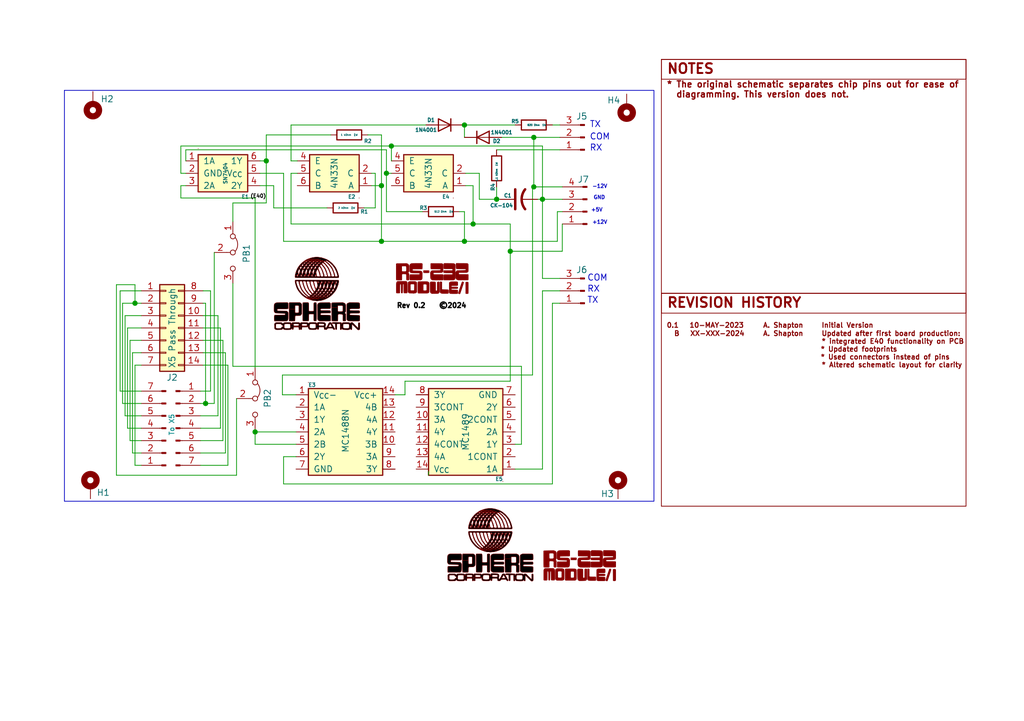
<source format=kicad_sch>
(kicad_sch (version 20230121) (generator eeschema)
  (paper "A5")
  (title_block (title "Sphere CPU/2 RS232 Module") (date "2024-01-10") (rev "0.2"))
  (lib_symbols
    (symbol "Conn_01x07_Pin_1" (pin_names (offset 1.016) hide)
      (symbol "Conn_01x07_Pin_1_1_1"
        (pin passive line (at 5.08 7.62 180) (length 3.81) (name "1") (number "1"))
        (pin passive line (at 5.08 5.08 180) (length 3.81) (name "2") (number "2"))
        (pin passive line (at 5.08 2.54 180) (length 3.81) (name "3") (number "3"))
        (pin passive line (at 5.08 0 180) (length 3.81) (name "4") (number "4"))
        (pin passive line (at 5.08 -2.54 180) (length 3.81) (name "5") (number "5"))
        (pin passive line (at 5.08 -5.08 180) (length 3.81) (name "6") (number "6"))
        (pin passive line (at 5.08 -7.62 180) (length 3.81) (name "7") (number "7"))
      )
    )
    (symbol "Conn_02x07_Top_Bottom_1" (pin_names (offset 1.016) hide)
      (property "Reference" "J5" (at 1.016 9.906 0))
      (symbol "Conn_02x07_Top_Bottom_1_1_1"
        (pin passive line (at -5.08 7.62 0) (length 3.81) (name "Pin_1") (number "1"))
        (pin passive line (at 7.62 2.54 180) (length 3.81) (name "Pin_10") (number "10"))
        (pin passive line (at 7.62 0 180) (length 3.81) (name "Pin_11") (number "11"))
        (pin passive line (at 7.62 -2.54 180) (length 3.81) (name "Pin_12") (number "12"))
        (pin passive line (at 7.62 -5.08 180) (length 3.81) (name "Pin_13") (number "13"))
        (pin passive line (at 7.62 -7.62 180) (length 3.81) (name "Pin_14") (number "14"))
        (pin passive line (at -5.08 5.08 0) (length 3.81) (name "Pin_2") (number "2"))
        (pin passive line (at -5.08 2.54 0) (length 3.81) (name "Pin_3") (number "3"))
        (pin passive line (at -5.08 0 0) (length 3.81) (name "Pin_4") (number "4"))
        (pin passive line (at -5.08 -2.54 0) (length 3.81) (name "Pin_5") (number "5"))
        (pin passive line (at -5.08 -5.08 0) (length 3.81) (name "Pin_6") (number "6"))
        (pin passive line (at -5.08 -7.62 0) (length 3.81) (name "Pin_7") (number "7"))
        (pin passive line (at 7.62 7.62 180) (length 3.81) (name "Pin_8") (number "8"))
        (pin passive line (at 7.62 5.08 180) (length 3.81) (name "Pin_9") (number "9"))
      )
    )
    (symbol "Connector:Conn_01x04_Pin" (pin_names (offset 1.016) hide)
      (property "Reference" "J" (at 0 5.08 0))
      (property "Value" "Conn_01x04_Pin" (at 0 -7.62 0))
      (symbol "Conn_01x04_Pin_1_1"
        (pin passive line (at 5.08 2.54 180) (length 3.81) (name "Pin_1") (number "1"))
        (pin passive line (at 5.08 0 180) (length 3.81) (name "Pin_2") (number "2"))
        (pin passive line (at 5.08 -2.54 180) (length 3.81) (name "Pin_3") (number "3"))
        (pin passive line (at 5.08 -5.08 180) (length 3.81) (name "Pin_4") (number "4"))
      )
    )
    (symbol "Jumper:Jumper_3_Bridged12" (pin_names (offset 0) hide)
      (property "Reference" "JP" (at -2.54 -2.54 0))
      (property "Value" "Jumper_3_Bridged12" (at 0 2.794 0))
      (symbol "Jumper_3_Bridged12_1_1"
        (pin passive line (at -6.35 0 0) (length 2.54) (name "A") (number "1"))
        (pin passive line (at 0 -3.81 90) (length 2.54) (name "C") (number "2"))
        (pin passive line (at 6.35 0 180) (length 2.54) (name "B") (number "3"))
      )
    )
    (symbol "Mechanical:MountingHole_Pad" (pin_numbers hide) (pin_names (offset 1.016) hide)
      (property "Reference" "H" (at 0 6.35 0))
      (property "Value" "MountingHole_Pad" (at 0 4.445 0))
      (symbol "MountingHole_Pad_1_1"
        (pin input line (at 0 -2.54 90) (length 2.54) (name "1") (number "1"))
      )
    )
    (symbol "Sphere:1N4001" (pin_numbers hide) (pin_names hide)
      (property "Reference" "D" (at 0 2.54 0))
      (property "Value" "1N4001" (at 0 -2.54 0))
      (symbol "1N4001_1_1"
        (pin passive line (at -3.81 0 0) (length 2.54) (name "K") (number "1"))
        (pin passive line (at 3.81 0 180) (length 2.54) (name "A") (number "2"))
      )
    )
    (symbol "Sphere:4N33N" (pin_names (offset 1.016))
      (property "Reference" "E?" (at -5.0292 10.16 0))
      (property "Value" "4N33N" (at 0 5.08 90))
      (symbol "4N33N_1_1"
        (pin input line (at -8.89 7.62 0) (length 2.54) (name "A") (number "1"))
        (pin output line (at -8.89 5.08 0) (length 2.54) (name "C") (number "2"))
        (pin no_connect line (at -8.89 2.54 0) (length 2.54) hide (name "N/C") (number "3"))
        (pin output line (at 6.35 2.54 180) (length 2.54) (name "E") (number "4"))
        (pin bidirectional line (at 6.35 5.08 180) (length 2.54) (name "C") (number "5"))
        (pin input line (at 6.35 7.62 180) (length 2.54) (name "B") (number "6"))
      )
    )
    (symbol "Sphere:CK-104" (pin_numbers hide) (pin_names (offset 0.254) hide)
      (property "Reference" "C" (at 0.635 2.54 0))
      (property "Value" "CK-104" (at 0.635 -2.54 0))
      (symbol "CK-104_1_1"
        (pin passive line (at 0 3.81 270) (length 2.794) (name "~") (number "1"))
        (pin passive line (at 0 -3.81 90) (length 3.302) (name "~") (number "2"))
      )
    )
    (symbol "Sphere:Conn_01x03_Pin" (pin_names (offset 1.016) hide)
      (property "Reference" "J" (at 0 5.08 0))
      (property "Value" "Conn_01x03_Pin" (at 0 -5.08 0))
      (symbol "Conn_01x03_Pin_1_1"
        (pin passive line (at 5.08 2.54 180) (length 3.81) (name "Pin_1") (number "1"))
        (pin passive line (at 5.08 0 180) (length 3.81) (name "Pin_2") (number "2"))
        (pin passive line (at 5.08 -2.54 180) (length 3.81) (name "Pin_3") (number "3"))
      )
    )
    (symbol "Sphere:GRAPHICS-LOGO" (pin_names (offset 1.016)))
    (symbol "Sphere:GRAPHICS-RS232-MODULE/1-LOGO" (pin_names (offset 1.016)))
    (symbol "Sphere:MC1488N" (pin_names (offset 1.016))
      (property "Reference" "E?" (at -6.2992 10.16 0))
      (property "Value" "MC1488N" (at 0 0 90))
      (symbol "MC1488N_1_0"
        (pin output line (at 10.16 -7.62 180) (length 2.54) (name "") (number ""))
      )
      (symbol "MC1488N_1_1"
        (pin power_in line (at -10.16 7.62 0) (length 2.54) (name "V_{CC}-") (number "1"))
        (pin input line (at 10.16 -2.54 180) (length 2.54) (name "3B") (number "10"))
        (pin output line (at 10.16 0 180) (length 2.54) (name "4Y") (number "11"))
        (pin input line (at 10.16 2.54 180) (length 2.54) (name "4A") (number "12"))
        (pin output line (at 10.16 5.08 180) (length 2.54) (name "4B") (number "13"))
        (pin power_in line (at 10.16 7.62 180) (length 2.54) (name "V_{CC}+") (number "14"))
        (pin input line (at -10.16 5.08 0) (length 2.54) (name "1A") (number "2"))
        (pin output line (at -10.16 2.54 0) (length 2.54) (name "1Y") (number "3"))
        (pin input line (at -10.16 0 0) (length 2.54) (name "2A") (number "4"))
        (pin input line (at -10.16 -2.54 0) (length 2.54) (name "2B") (number "5"))
        (pin output line (at -10.16 -5.08 0) (length 2.54) (name "2Y") (number "6"))
        (pin passive line (at -10.16 -7.62 0) (length 2.54) (name "GND") (number "7"))
        (pin output line (at 10.16 -7.62 180) (length 2.54) (name "3Y") (number "8"))
        (pin input line (at 10.16 -5.08 180) (length 2.54) (name "3A") (number "9"))
      )
    )
    (symbol "Sphere:MC1489" (pin_names (offset 1.016))
      (property "Reference" "E?" (at -6.2992 10.16 0))
      (property "Value" "MC1489" (at 0 0 90))
      (symbol "MC1489_1_0"
        (pin output line (at 10.16 -7.62 180) (length 2.54) (name "") (number ""))
      )
      (symbol "MC1489_1_1"
        (pin input line (at -10.16 7.62 0) (length 2.54) (name "1A") (number "1"))
        (pin input line (at 10.16 -2.54 180) (length 2.54) (name "3A") (number "10"))
        (pin output line (at 10.16 0 180) (length 2.54) (name "4Y") (number "11"))
        (pin input line (at 10.16 2.54 180) (length 2.54) (name "4CONT") (number "12"))
        (pin input line (at 10.16 5.08 180) (length 2.54) (name "4A") (number "13"))
        (pin power_in line (at 10.16 7.62 180) (length 2.54) (name "V_{CC}") (number "14"))
        (pin input line (at -10.16 5.08 0) (length 2.54) (name "1CONT") (number "2"))
        (pin output line (at -10.16 2.54 0) (length 2.54) (name "1Y") (number "3"))
        (pin input line (at -10.16 0 0) (length 2.54) (name "2A") (number "4"))
        (pin input line (at -10.16 -2.54 0) (length 2.54) (name "2CONT") (number "5"))
        (pin output line (at -10.16 -5.08 0) (length 2.54) (name "2Y") (number "6"))
        (pin passive line (at -10.16 -7.62 0) (length 2.54) (name "GND") (number "7"))
        (pin output line (at 10.16 -7.62 180) (length 2.54) (name "3Y") (number "8"))
        (pin input line (at 10.16 -5.08 180) (length 2.54) (name "3CONT") (number "9"))
      )
    )
    (symbol "Sphere:RC07GF102" (pin_numbers hide) (pin_names (offset 0))
      (property "Reference" "R" (at 2.032 0 90))
      (property "Value" "1 kOhm  ¼W" (at 0 0 90))
      (symbol "RC07GF102_1_1"
        (pin passive line (at 0 3.81 270) (length 1.27) (name "~") (number "1"))
        (pin passive line (at 0 -3.81 90) (length 1.27) (name "~") (number "2"))
      )
    )
    (symbol "Sphere:RC07GF202" (pin_numbers hide) (pin_names (offset 0))
      (property "Reference" "R" (at 2.032 0 90))
      (property "Value" "2 kOhm  ¼W" (at 0 0 90))
      (symbol "RC07GF202_1_1"
        (pin passive line (at 0 3.81 270) (length 1.27) (name "~") (number "1"))
        (pin passive line (at 0 -3.81 90) (length 1.27) (name "~") (number "2"))
      )
    )
    (symbol "Sphere:RC07GF511" (pin_numbers hide) (pin_names (offset 0))
      (property "Reference" "R" (at 2.032 0 90))
      (property "Value" "512 Ohm  ¼W" (at 0 0 90))
      (symbol "RC07GF511_1_1"
        (pin passive line (at 0 3.81 270) (length 1.27) (name "~") (number "1"))
        (pin passive line (at 0 -3.81 90) (length 1.27) (name "~") (number "2"))
      )
    )
    (symbol "Sphere:RC32GF112" (pin_numbers hide) (pin_names (offset 0))
      (property "Reference" "R" (at 2.032 0 90))
      (property "Value" "1.1 kOhm  1W" (at 0 0 90))
      (symbol "RC32GF112_1_1"
        (pin passive line (at 0 3.81 270) (length 1.27) (name "~") (number "1"))
        (pin passive line (at 0 -3.81 90) (length 1.27) (name "~") (number "2"))
      )
    )
    (symbol "Sphere:RC32GF821" (pin_numbers hide) (pin_names (offset 0))
      (property "Reference" "R" (at 2.032 0 90))
      (property "Value" "820 Ohm  1W" (at 0 0 90))
      (symbol "RC32GF821_1_1"
        (pin passive line (at 0 3.81 270) (length 1.27) (name "~") (number "1"))
        (pin passive line (at 0 -3.81 90) (length 1.27) (name "~") (number "2"))
      )
    )
    (symbol "Sphere:SN7404(DUAL)" (pin_names (offset 1.016))
      (property "Reference" "E?" (at -5.0292 10.16 0))
      (property "Value" "SN7404" (at -0.8 6.35 0))
      (symbol "SN7404(DUAL)_1_1"
        (pin input line (at -8.89 7.62 0) (length 2.54) (name "1A") (number "1"))
        (pin passive line (at -8.89 5.08 0) (length 2.54) (name "GND") (number "2"))
        (pin input line (at -8.89 2.54 0) (length 2.54) (name "2A") (number "3"))
        (pin output line (at 6.35 2.54 180) (length 2.54) (name "2Y") (number "4"))
        (pin power_in line (at 6.35 5.08 180) (length 2.54) (name "V_{CC}") (number "5"))
        (pin output line (at 6.35 7.62 180) (length 2.54) (name "1Y") (number "6"))
      )
    )
  )
  (junction (at 101.854 40.894))
  (junction (at 104.648 51.562))
  (junction (at 97.028 45.974))
  (junction (at 27.686 62.23))
  (junction (at 42.164 82.804))
  (junction (at 109.474 28.194))
  (junction (at 109.474 38.354))
  (junction (at 95.25 49.53))
  (junction (at 111.252 40.894))
  (junction (at 52.324 88.646))
  (junction (at 78.232 49.53))
  (junction (at 95.25 25.654))
  (junction (at 80.264 29.972))
  (junction (at 79.248 35.56))
  (junction (at 78.232 38.1))
  (junction (at 54.61 33.02))
  (wire (pts (xy 41.656 69.85) (xy 45.72 69.85)))
  (wire (pts (xy 25.146 62.23) (xy 25.146 82.804)))
  (wire (pts (xy 56.134 38.1) (xy 53.34 38.1)))
  (wire (pts (xy 111.252 59.69) (xy 111.252 96.266)))
  (wire (pts (xy 95.25 25.654) (xy 105.664 25.654)))
  (wire (pts (xy 42.164 82.804) (xy 43.942 82.804)))
  (wire (pts (xy 45.212 67.31) (xy 45.212 87.884)))
  (wire (pts (xy 27.686 74.93) (xy 27.686 95.504)))
  (wire (pts (xy 59.69 35.56) (xy 59.69 45.974)))
  (wire (pts (xy 41.656 72.39) (xy 46.228 72.39)))
  (wire (pts (xy 45.72 69.85) (xy 45.72 90.424)))
  (wire (pts (xy 56.134 42.672) (xy 67.056 42.672)))
  (wire (pts (xy 27.178 72.39) (xy 27.178 92.964)))
  (wire (pts (xy 59.69 25.654) (xy 87.376 25.654)))
  (wire (pts (xy 115.316 51.562) (xy 104.648 51.562)))
  (wire (pts (xy 42.164 62.23) (xy 42.164 82.804)))
  (wire (pts (xy 114.3 43.434) (xy 114.3 49.53)))
  (wire (pts (xy 97.028 38.1) (xy 97.028 45.974)))
  (wire (pts (xy 95.504 35.56) (xy 98.298 35.56)))
  (wire (pts (xy 111.252 29.972) (xy 111.252 40.894)))
  (wire (pts (xy 95.25 43.434) (xy 94.234 43.434)))
  (wire (pts (xy 53.34 33.02) (xy 54.61 33.02)))
  (wire (pts (xy 23.876 97.536) (xy 48.514 97.536)))
  (wire (pts (xy 95.504 38.1) (xy 97.028 38.1)))
  (wire (pts (xy 113.284 25.654) (xy 114.808 25.654)))
  (wire (pts (xy 80.264 35.56) (xy 79.248 35.56)))
  (wire (pts (xy 78.232 27.686) (xy 78.232 38.1)))
  (wire (pts (xy 41.656 67.31) (xy 45.212 67.31)))
  (wire (pts (xy 57.912 76.962) (xy 109.22 76.962)))
  (wire (pts (xy 47.752 58.166) (xy 47.752 75.184)))
  (wire (pts (xy 81.026 81.026) (xy 83.058 81.026)))
  (wire (pts (xy 41.656 62.23) (xy 42.164 62.23)))
  (wire (pts (xy 43.942 51.816) (xy 43.942 82.804)))
  (wire (pts (xy 52.324 88.646) (xy 60.706 88.646)))
  (wire (pts (xy 28.956 82.804) (xy 25.146 82.804)))
  (wire (pts (xy 46.736 95.504) (xy 41.148 95.504)))
  (wire (pts (xy 78.232 49.53) (xy 95.25 49.53)))
  (wire (pts (xy 37.084 40.64) (xy 37.084 38.1)))
  (wire (pts (xy 38.1 35.56) (xy 37.084 35.56)))
  (wire (pts (xy 109.22 76.962) (xy 109.22 38.354)))
  (wire (pts (xy 53.34 35.56) (xy 58.166 35.56)))
  (wire (pts (xy 95.25 43.434) (xy 95.25 49.53)))
  (wire (pts (xy 26.162 67.31) (xy 28.956 67.31)))
  (wire (pts (xy 109.474 38.354) (xy 115.316 38.354)))
  (wire (pts (xy 109.474 28.194) (xy 114.808 28.194)))
  (wire (pts (xy 79.248 35.56) (xy 79.248 43.434)))
  (wire (pts (xy 41.656 74.93) (xy 46.736 74.93)))
  (wire (pts (xy 95.25 25.654) (xy 95.25 28.194)))
  (wire (pts (xy 101.854 30.734) (xy 114.808 30.734)))
  (wire (pts (xy 57.912 81.026) (xy 57.912 76.962)))
  (wire (pts (xy 52.324 88.646) (xy 52.324 91.186)))
  (wire (pts (xy 94.996 25.654) (xy 95.25 25.654)))
  (wire (pts (xy 113.284 62.23) (xy 114.808 62.23)))
  (wire (pts (xy 95.25 49.53) (xy 114.3 49.53)))
  (wire (pts (xy 28.956 85.344) (xy 25.654 85.344)))
  (wire (pts (xy 98.298 35.56) (xy 98.298 40.894)))
  (wire (pts (xy 76.2 35.56) (xy 76.962 35.56)))
  (wire (pts (xy 23.876 58.42) (xy 23.876 97.536)))
  (wire (pts (xy 104.648 51.562) (xy 104.648 78.232)))
  (wire (pts (xy 59.69 25.654) (xy 59.69 33.02)))
  (wire (pts (xy 60.706 93.726) (xy 58.166 93.726)))
  (wire (pts (xy 52.324 88.138) (xy 52.324 88.646)))
  (wire (pts (xy 27.686 58.42) (xy 27.686 62.23)))
  (wire (pts (xy 46.736 74.93) (xy 46.736 95.504)))
  (wire (pts (xy 52.324 40.64) (xy 37.084 40.64)))
  (wire (pts (xy 24.638 80.264) (xy 28.956 80.264)))
  (wire (pts (xy 24.638 59.69) (xy 24.638 80.264)))
  (wire (pts (xy 28.956 87.884) (xy 26.162 87.884)))
  (wire (pts (xy 114.3 43.434) (xy 115.316 43.434)))
  (wire (pts (xy 78.232 38.1) (xy 78.232 49.53)))
  (wire (pts (xy 80.264 29.972) (xy 80.264 33.02)))
  (wire (pts (xy 41.148 82.804) (xy 42.164 82.804)))
  (wire (pts (xy 27.686 62.23) (xy 25.146 62.23)))
  (wire (pts (xy 115.316 45.974) (xy 115.316 51.562)))
  (wire (pts (xy 52.324 40.64) (xy 52.324 75.438)))
  (wire (pts (xy 60.96 35.56) (xy 59.69 35.56)))
  (wire (pts (xy 58.166 49.53) (xy 58.166 35.56)))
  (wire (pts (xy 27.686 74.93) (xy 28.956 74.93)))
  (wire (pts (xy 111.252 40.894) (xy 111.252 57.15)))
  (wire (pts (xy 58.166 49.53) (xy 78.232 49.53)))
  (wire (pts (xy 79.248 43.434) (xy 86.614 43.434)))
  (wire (pts (xy 79.248 30.734) (xy 79.248 35.56)))
  (wire (pts (xy 28.956 59.69) (xy 24.638 59.69)))
  (wire (pts (xy 97.028 45.974) (xy 104.648 45.974)))
  (wire (pts (xy 46.228 72.39) (xy 46.228 92.964)))
  (wire (pts (xy 43.18 80.264) (xy 43.18 59.69)))
  (wire (pts (xy 76.2 38.1) (xy 78.232 38.1)))
  (wire (pts (xy 41.148 92.964) (xy 46.228 92.964)))
  (wire (pts (xy 75.438 27.686) (xy 78.232 27.686)))
  (wire (pts (xy 109.22 38.354) (xy 109.474 38.354)))
  (wire (pts (xy 111.252 40.894) (xy 115.316 40.894)))
  (wire (pts (xy 83.058 81.026) (xy 83.058 78.232)))
  (wire (pts (xy 26.67 90.424) (xy 28.956 90.424)))
  (wire (pts (xy 110.236 40.894) (xy 111.252 40.894)))
  (wire (pts (xy 25.654 64.77) (xy 25.654 85.344)))
  (wire (pts (xy 37.084 29.972) (xy 80.264 29.972)))
  (wire (pts (xy 47.752 41.656) (xy 54.61 41.656)))
  (wire (pts (xy 54.61 33.02) (xy 54.61 27.686)))
  (wire (pts (xy 57.912 81.026) (xy 60.706 81.026)))
  (wire (pts (xy 111.252 96.266) (xy 105.664 96.266)))
  (wire (pts (xy 101.854 40.894) (xy 102.616 40.894)))
  (wire (pts (xy 48.514 81.788) (xy 48.514 97.536)))
  (wire (pts (xy 111.252 59.69) (xy 114.808 59.69)))
  (wire (pts (xy 28.956 95.504) (xy 27.686 95.504)))
  (wire (pts (xy 87.884 96.774) (xy 87.884 97.536)))
  (wire (pts (xy 101.854 38.354) (xy 101.854 40.894)))
  (wire (pts (xy 59.69 33.02) (xy 60.96 33.02)))
  (wire (pts (xy 27.686 62.23) (xy 28.956 62.23)))
  (wire (pts (xy 98.298 40.894) (xy 101.854 40.894)))
  (wire (pts (xy 25.654 64.77) (xy 28.956 64.77)))
  (wire (pts (xy 44.704 85.344) (xy 41.148 85.344)))
  (wire (pts (xy 111.252 57.15) (xy 114.808 57.15)))
  (wire (pts (xy 58.166 93.726) (xy 58.166 99.314)))
  (wire (pts (xy 106.934 91.186) (xy 106.934 75.184)))
  (wire (pts (xy 26.67 69.85) (xy 28.956 69.85)))
  (wire (pts (xy 41.148 80.264) (xy 43.18 80.264)))
  (wire (pts (xy 28.956 92.964) (xy 27.178 92.964)))
  (wire (pts (xy 109.474 28.194) (xy 109.474 38.354)))
  (wire (pts (xy 27.178 72.39) (xy 28.956 72.39)))
  (wire (pts (xy 106.934 75.184) (xy 47.752 75.184)))
  (wire (pts (xy 59.69 45.974) (xy 97.028 45.974)))
  (wire (pts (xy 23.876 58.42) (xy 27.686 58.42)))
  (wire (pts (xy 43.18 59.69) (xy 41.656 59.69)))
  (wire (pts (xy 79.248 30.734) (xy 38.1 30.734)))
  (wire (pts (xy 45.72 90.424) (xy 41.148 90.424)))
  (wire (pts (xy 102.87 28.194) (xy 109.474 28.194)))
  (wire (pts (xy 45.212 87.884) (xy 41.148 87.884)))
  (wire (pts (xy 52.324 91.186) (xy 60.706 91.186)))
  (wire (pts (xy 26.162 67.31) (xy 26.162 87.884)))
  (wire (pts (xy 83.058 78.232) (xy 104.648 78.232)))
  (wire (pts (xy 54.61 33.02) (xy 54.61 41.656)))
  (wire (pts (xy 104.648 45.974) (xy 104.648 51.562)))
  (wire (pts (xy 37.084 35.56) (xy 37.084 29.972)))
  (wire (pts (xy 80.264 29.972) (xy 111.252 29.972)))
  (wire (pts (xy 76.962 35.56) (xy 76.962 42.672)))
  (wire (pts (xy 58.166 99.314) (xy 113.284 99.314)))
  (wire (pts (xy 47.752 41.656) (xy 47.752 45.466)))
  (wire (pts (xy 105.664 91.186) (xy 106.934 91.186)))
  (wire (pts (xy 76.962 42.672) (xy 74.676 42.672)))
  (wire (pts (xy 41.656 64.77) (xy 44.704 64.77)))
  (wire (pts (xy 54.61 27.686) (xy 67.818 27.686)))
  (wire (pts (xy 26.67 69.85) (xy 26.67 90.424)))
  (wire (pts (xy 113.284 99.314) (xy 113.284 62.23)))
  (wire (pts (xy 38.1 30.734) (xy 38.1 33.02)))
  (wire (pts (xy 44.704 64.77) (xy 44.704 85.344)))
  (wire (pts (xy 56.134 42.672) (xy 56.134 38.1)))
  (wire (pts (xy 37.084 38.1) (xy 38.1 38.1)))
  (rectangle (start 135.636 60.198) (end 198.12 64.262) (stroke (width 0) (color 132 0 0 1)))
  (rectangle (start 135.636 12.192) (end 198.12 60.198) (stroke (width 0) (color 132 0 0 1)))
  (rectangle (start 135.636 12.192) (end 198.12 16.256) (stroke (width 0) (color 132 0 0 1)))
  (rectangle (start 13.208 18.542) (end 134.112 102.87))
  (rectangle (start 135.636 60.198) (end 198.12 103.886) (stroke (width 0) (color 132 0 0 1)))
  (text "TX" (at 120.396 62.484 0) (effects (font (size 1.27 1.27)) (justify left bottom)))
  (text "To X5" (at 35.814 89.662 90) (effects (font (size 1 1)) (justify left bottom)))
  (text "RX" (at 120.904 31.242 0) (effects (font (size 1.27 1.27)) (justify left bottom)))
  (text "NOTES" (at 136.652 15.494 0) (effects (font (size 2 2) (thickness 0.4) bold) (justify left bottom)))
  (text "* The original schematic separates chip pins out for ease of \n  diagramming. This version does not." (at 136.652 20.32 0) (effects (font (size 1.27 1.27) bold) (justify left bottom)))
  (text "(E40)" (at 51.308 40.894 0) (effects (font (size 0.75 0.75)) (justify left bottom)))
  (text "  B   XX-XXX-2024	A. Shapton	Updated after first board production: \n								* integrated E40 functionality on PCB\n							     * Updated footprints\n							     * Used connectors instead of pins\n								* Altered schematic layout for clarity" (at 136.652 75.692 0) (effects (font (size 1 1) bold) (justify left bottom)))
  (text "COM" (at 120.396 57.912 0) (effects (font (size 1.27 1.27)) (justify left bottom)))
  (text "COM" (at 120.904 28.956 0) (effects (font (size 1.27 1.27)) (justify left bottom)))
  (text "TX" (at 120.904 26.416 0) (effects (font (size 1.27 1.27)) (justify left bottom)))
  (text "REVISION HISTORY" (at 136.652 63.5 0) (effects (font (size 2 2) (thickness 0.4) bold) (justify left bottom)))
  (text "0.1   10-MAY-2023	A. Shapton	Initial Version" (at 136.652 67.564 0) (effects (font (size 1 1) bold) (justify left bottom)))
  (text "GND" (at 121.666 41.148 0) (effects (font (size 0.75 0.75)) (justify left bottom)))
  (text "+12V" (at 121.412 46.228 0) (effects (font (size 0.75 0.75)) (justify left bottom)))
  (text "-12V" (at 121.412 38.862 0) (effects (font (size 0.75 0.75)) (justify left bottom)))
  (text "RX" (at 120.396 60.198 0) (effects (font (size 1.27 1.27)) (justify left bottom)))
  (text "Rev 0.2" (at 81.28 63.5 0) (effects (font (size 1 1) (thickness 0.5) bold) (justify left bottom)))
  (text "©2024" (at 89.916 63.5 0) (effects (font (size 1 1) (thickness 0.5) bold) (justify left bottom)))
  (text "+5V" (at 121.158 43.688 0) (effects (font (size 0.75 0.75)) (justify left bottom)))
  (symbol (lib_id "Sphere:RC32GF821") (at 109.474 25.654 90) (unit 1)
    (property "Reference" "R5" (at 106.426 24.892 90) (effects (font (size 0.75 0.75)) (justify left)))
    (property "Value" "820 Ohm  1W" (at 112.014 25.654 90) (effects (font (size 0.36 0.36)) (justify left)))
    (property "Footprint" "Resistor_THT:R_Axial_DIN0414_L11.9mm_D4.5mm_P25.40mm_Horizontal" (effects hide))
  )
  (symbol (lib_id "Jumper:Jumper_3_Bridged12") (at 52.324 81.788 270) (unit 1)
    (property "Reference" "PB2" (at 54.864 79.756 0) (effects (justify left)))
    (property "Value" "Jumper_3_Bridged12" (effects hide))
    (property "Footprint" "Connector_PinHeader_2.54mm:PinHeader_1x03_P2.54mm_Vertical" (effects hide))
  )
  (symbol (lib_id "Sphere:Conn_01x03_Pin") (at 119.888 59.69 180) (unit 1)
    (property "Reference" "J6" (at 118.11 55.372 0) (effects (justify right)))
    (property "Value" "Conn_01x03_Pin" (effects hide))
    (property "Footprint" "Connector_PinHeader_2.54mm:PinHeader_1x03_P2.54mm_Vertical" (effects hide))
  )
  (symbol (lib_id "Sphere:GRAPHICS-RS232-MODULE/1-LOGO") (at 118.872 116.078 0) (unit 1) (in_bom no)
    (property "Reference" "#G4" (effects hide))
    (property "Value" "GRAPHICS-RS232-MODULE/1-LOGO" (effects hide))
  )
  (symbol (lib_id "Sphere:1N4001") (at 91.186 25.654 180) (unit 1)
    (property "Reference" "D1" (at 88.392 24.638 0) (effects (font (size 0.75 0.75))))
    (property "Value" "1N4001" (at 87.376 26.67 0) (effects (font (size 0.75 0.75))))
    (property "Footprint" "Diode_THT:D_DO-41_SOD81_P10.16mm_Horizontal" (effects hide))
    (property "Datasheet" "http://www.vishay.com/docs/88503/1n4001.pdf" (effects hide))
    (property "Sim.Device" "D" (effects hide))
    (property "Sim.Pins" "1=K 2=A" (effects hide))
  )
  (symbol (lib_name "Conn_01x07_Pin_1") (lib_id "Connector:Conn_01x07_Pin") (at 34.036 87.884 180) (unit 1)
    (property "Reference" "J3" (effects hide))
    (property "Value" "Conn_01x03_Pin" (effects hide))
    (property "Footprint" "Connector_PinHeader_2.54mm:PinHeader_1x07_P2.54mm_Vertical" (effects hide))
  )
  (symbol (lib_id "Sphere:MC1489") (at 95.504 88.646 180) (unit 1)
    (property "Reference" "E5" (at 102.362 98.298 0) (effects (font (size 0.75 0.75))))
    (property "Value" "MC1489" (at 95.504 88.646 90))
    (property "Footprint" "Package_DIP:DIP-14_W10.16mm" (effects hide))
  )
  (symbol (lib_id "Sphere:RC07GF511") (at 90.424 43.434 90) (unit 1)
    (property "Reference" "R3" (at 87.63 42.672 90) (effects (font (size 0.75 0.75)) (justify left)))
    (property "Value" "512 Ohm  ¼W" (at 92.964 43.434 90) (effects (font (size 0.36 0.36)) (justify left)))
    (property "Footprint" "Resistor_THT:R_Axial_DIN0414_L11.9mm_D4.5mm_P25.40mm_Horizontal" (effects hide))
  )
  (symbol (lib_id "Mechanical:MountingHole_Pad") (at 18.542 99.822 0) (unit 1)
    (property "Reference" "H1" (at 19.812 101.092 0) (effects (justify left)))
    (property "Value" "MountingHole_Pad" (effects hide))
    (property "Footprint" "MountingHole:MountingHole_3.7mm_Pad_Via" (effects hide))
  )
  (symbol (lib_id "Mechanical:MountingHole_Pad") (at 128.524 21.844 180) (unit 1)
    (property "Reference" "H4" (at 127.254 20.574 0) (effects (justify left)))
    (property "Value" "MountingHole_Pad" (effects hide))
    (property "Footprint" "MountingHole:MountingHole_3.7mm_Pad_Via" (effects hide))
  )
  (symbol (lib_id "Sphere:MC1488N") (at 70.866 88.646 0) (unit 1)
    (property "Reference" "E3" (at 64.008 78.994 0) (effects (font (size 0.75 0.75))))
    (property "Value" "MC1488N" (at 70.866 88.392 90))
    (property "Footprint" "Package_DIP:DIP-14_W7.62mm" (effects hide))
  )
  (symbol (lib_id "Sphere:RC07GF202") (at 70.866 42.672 270) (unit 1)
    (property "Reference" "R1" (at 73.914 43.434 90) (effects (font (size 0.75 0.75)) (justify left)))
    (property "Value" "2 kOhm  ¼W" (at 69.342 42.672 90) (effects (font (size 0.36 0.36)) (justify left)))
    (property "Footprint" "Resistor_THT:R_Axial_DIN0414_L11.9mm_D4.5mm_P25.40mm_Horizontal" (effects hide))
  )
  (symbol (lib_id "Sphere:4N33N") (at 86.614 30.48 180) (unit 1)
    (property "Reference" "E4" (at 91.44 40.386 0) (effects (font (size 0.75 0.75))))
    (property "Value" "4N33N" (at 87.884 35.56 90))
    (property "Footprint" "Package_DIP:DIP-6_W7.62mm" (effects hide))
  )
  (symbol (lib_id "Sphere:RC07GF102") (at 71.628 27.686 90) (unit 1)
    (property "Reference" "R2" (at 75.438 28.956 90) (effects (font (size 0.75 0.75))))
    (property "Value" "1 kOhm  ¼W" (at 71.628 27.686 90) (effects (font (size 0.36 0.36))))
    (property "Footprint" "Resistor_THT:R_Axial_DIN0414_L11.9mm_D4.5mm_P25.40mm_Horizontal" (effects hide))
  )
  (symbol (lib_id "Sphere:GRAPHICS-RS232-MODULE/1-LOGO") (at 88.646 57.15 0) (unit 1)
    (property "Reference" "#G2" (effects hide))
    (property "Value" "GRAPHICS-RS232-MODULE/1-LOGO" (effects hide))
  )
  (symbol (lib_id "Jumper:Jumper_3_Bridged12") (at 47.752 51.816 270) (unit 1)
    (property "Reference" "PB1" (at 50.546 50.038 0) (effects (justify left)))
    (property "Value" "Jumper_3_Bridged12" (effects hide))
    (property "Footprint" "Connector_PinHeader_2.54mm:PinHeader_1x03_P2.54mm_Vertical" (effects hide))
  )
  (symbol (lib_name "Conn_01x07_Pin_1") (lib_id "Connector:Conn_01x07_Pin") (at 36.068 87.884 0) (unit 1)
    (property "Reference" "J4" (effects hide))
    (property "Value" "Conn_01x03_Pin" (effects hide))
    (property "Footprint" "Connector_PinHeader_2.54mm:PinHeader_1x07_P2.54mm_Vertical" (effects hide))
  )
  (symbol (lib_id "Sphere:1N4001") (at 99.06 28.194 0) (unit 1)
    (property "Reference" "D2" (at 101.854 28.956 0) (effects (font (size 0.75 0.75))))
    (property "Value" "1N4001" (at 102.87 27.178 0) (effects (font (size 0.75 0.75))))
    (property "Footprint" "Diode_THT:D_DO-41_SOD81_P10.16mm_Horizontal" (effects hide))
    (property "Datasheet" "http://www.vishay.com/docs/88503/1n4001.pdf" (effects hide))
    (property "Sim.Device" "D" (effects hide))
    (property "Sim.Pins" "1=K 2=A" (effects hide))
  )
  (symbol (lib_id "Sphere:CK-104") (at 106.426 40.894 90) (unit 1)
    (property "Reference" "C1" (at 104.14 40.132 90) (effects (font (size 0.75 0.75))))
    (property "Value" "CK-104" (at 102.87 42.164 90) (effects (font (size 0.75 0.75))))
    (property "Footprint" "Capacitor_THT:CP_Axial_L10.0mm_D4.5mm_P15.00mm_Horizontal" (effects hide))
  )
  (symbol (lib_id "Sphere:SN7404(DUAL)") (at 46.99 40.64 0) (unit 1)
    (property "Reference" "E1" (at 50.292 40.386 0) (effects (font (size 0.75 0.75))))
    (property "Value" "SN7404" (at 46.228 35.56 90) (effects (font (size 0.75 0.75))))
    (property "Footprint" "Package_DIP:DIP-6_W7.62mm" (effects hide))
  )
  (symbol (lib_id "Sphere:4N33N") (at 67.31 30.48 180) (unit 1)
    (property "Reference" "E2" (at 72.136 40.386 0) (effects (font (size 0.75 0.75))))
    (property "Value" "4N33N" (at 68.58 35.56 90))
    (property "Footprint" "Package_DIP:DIP-6_W7.62mm" (effects hide))
  )
  (symbol (lib_id "Mechanical:MountingHole_Pad") (at 126.746 99.822 0) (unit 1)
    (property "Reference" "H3" (at 123.19 101.346 0) (effects (justify left)))
    (property "Value" "MountingHole_Pad" (effects hide))
    (property "Footprint" "MountingHole:MountingHole_3.7mm_Pad_Via" (effects hide))
  )
  (symbol (lib_id "Sphere:GRAPHICS-LOGO") (at 100.584 111.76 0) (unit 1)
    (property "Reference" "#G3" (effects hide))
    (property "Value" "LOGO" (effects hide))
  )
  (symbol (lib_id "Mechanical:MountingHole_Pad") (at 19.05 21.336 180) (unit 1)
    (property "Reference" "H2" (at 23.368 20.32 0) (effects (justify left)))
    (property "Value" "MountingHole_Pad" (effects hide))
    (property "Footprint" "MountingHole:MountingHole_3.7mm_Pad_Via" (effects hide))
  )
  (symbol (lib_id "Sphere:RC32GF112") (at 101.854 34.544 180) (unit 1)
    (property "Reference" "R4" (at 101.092 37.592 90) (effects (font (size 0.75 0.75)) (justify left)))
    (property "Value" "1.1 kOhm  1W" (at 101.854 33.274 90) (effects (font (size 0.36 0.36)) (justify left)))
    (property "Footprint" "Resistor_THT:R_Axial_DIN0414_L11.9mm_D4.5mm_P25.40mm_Horizontal" (effects hide))
  )
  (symbol (lib_id "Sphere:GRAPHICS-LOGO") (at 65.024 60.198 0) (unit 1)
    (property "Reference" "#G1" (effects hide))
    (property "Value" "LOGO" (effects hide))
  )
  (symbol (lib_id "Sphere:Conn_01x03_Pin") (at 119.888 28.194 180) (unit 1)
    (property "Reference" "J5" (at 118.11 23.876 0) (effects (justify right)))
    (property "Value" "Conn_01x03_Pin" (effects hide))
    (property "Footprint" "Connector_PinHeader_2.54mm:PinHeader_1x03_P2.54mm_Vertical" (effects hide))
  )
  (symbol (lib_name "Conn_02x07_Top_Bottom_1") (lib_id "Connector_Generic:Conn_02x07_Top_Bottom") (at 34.036 67.31 0) (unit 1)
    (property "Reference" "J2" (at 35.306 77.47 0))
    (property "Value" "X5 Pass Through" (at 35.306 67.31 90))
    (property "Footprint" "Package_DIP:DIP-14_W10.16mm" (effects hide))
  )
  (symbol (lib_id "Connector:Conn_01x04_Pin") (at 120.396 43.434 180) (unit 1)
    (property "Reference" "J7" (at 119.634 36.83 0))
    (property "Value" "Conn_01x04_Pin" (effects hide))
    (property "Footprint" "Connector_PinHeader_2.54mm:PinHeader_1x04_P2.54mm_Vertical" (effects hide))
  )
)
</source>
